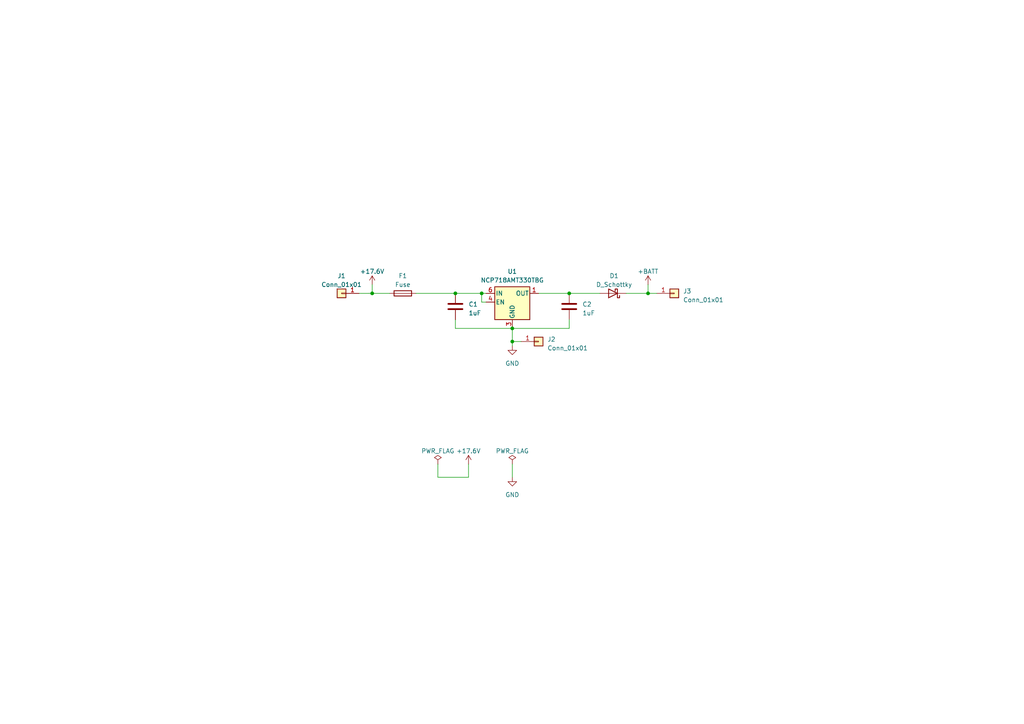
<source format=kicad_sch>
(kicad_sch (version 20230121) (generator eeschema)
  (paper "A4")
  (lib_symbols
    (symbol "Connector_Generic:Conn_01x01" (pin_names (offset 1.016) hide)
      (property "Reference" "J" (at 0 2.54 0))
      (property "Value" "Conn_01x01" (at 0 -2.54 0))
      (symbol "Conn_01x01_1_1"
        (rectangle (start -1.27 0.127) (end 0 -0.127) (stroke (width 0.1524)))
        (rectangle (start -1.27 1.27) (end 1.27 -1.27) (stroke (width 0.254)) (fill (type background)))
        (pin passive line (at -5.08 0 0) (length 3.81) (name "Pin_1") (number "1"))
      )
    )
    (symbol "Device:C" (pin_numbers hide) (pin_names (offset 0.254))
      (property "Reference" "C" (at 0.635 2.54 0))
      (property "Value" "C" (at 0.635 -2.54 0))
      (symbol "C_0_1"
        (polyline (pts (xy -2.032 -0.762) (xy 2.032 -0.762)) (stroke (width 0.508)))
        (polyline (pts (xy -2.032 0.762) (xy 2.032 0.762)) (stroke (width 0.508)))
      )
      (symbol "C_1_1"
        (pin passive line (at 0 3.81 270) (length 2.794) (name "~") (number "1"))
        (pin passive line (at 0 -3.81 90) (length 2.794) (name "~") (number "2"))
      )
    )
    (symbol "Device:D_Schottky" (pin_numbers hide) (pin_names (offset 1.016) hide)
      (property "Reference" "D" (at 0 2.54 0))
      (property "Value" "D_Schottky" (at 0 -2.54 0))
      (symbol "D_Schottky_0_1"
        (polyline (pts (xy 1.27 0) (xy -1.27 0)))
        (polyline (pts (xy 1.27 1.27) (xy 1.27 -1.27) (xy -1.27 0) (xy 1.27 1.27)) (stroke (width 0.254)))
        (polyline (pts (xy -1.905 0.635) (xy -1.905 1.27) (xy -1.27 1.27) (xy -1.27 -1.27) (xy -0.635 -1.27) (xy -0.635 -0.635)) (stroke (width 0.254)))
      )
      (symbol "D_Schottky_1_1"
        (pin passive line (at -3.81 0 0) (length 2.54) (name "K") (number "1"))
        (pin passive line (at 3.81 0 180) (length 2.54) (name "A") (number "2"))
      )
    )
    (symbol "Device:Fuse" (pin_numbers hide) (pin_names (offset 0))
      (property "Reference" "F" (at 2.032 0 90))
      (property "Value" "Fuse" (at -1.905 0 90))
      (symbol "Fuse_0_1"
        (rectangle (start -0.762 -2.54) (end 0.762 2.54) (stroke (width 0.254)))
        (polyline (pts (xy 0 2.54) (xy 0 -2.54)))
      )
      (symbol "Fuse_1_1"
        (pin passive line (at 0 3.81 270) (length 1.27) (name "~") (number "1"))
        (pin passive line (at 0 -3.81 90) (length 1.27) (name "~") (number "2"))
      )
    )
    (symbol "RTCRework:+17.6V" (power) (pin_names (offset 0))
      (property "Value" "+17.6V" (at 0 3.556 0))
      (symbol "+17.6V_0_1"
        (polyline (pts (xy -0.762 1.27) (xy 0 2.54)))
        (polyline (pts (xy 0 0) (xy 0 2.54)))
        (polyline (pts (xy 0 2.54) (xy 0.762 1.27)))
      )
      (symbol "+17.6V_1_1"
        (pin power_in line (at 0 0 90) (length 0) hide (name "+17.6V") (number "1"))
      )
    )
    (symbol "Regulator_Linear:TLV75533PDRV" (pin_names (offset 0.254))
      (property "Reference" "U" (at -3.81 5.715 0))
      (property "Value" "TLV75533PDRV" (at 0 5.715 0))
      (symbol "TLV75533PDRV_0_1"
        (rectangle (start -5.08 4.445) (end 5.08 -5.08) (stroke (width 0.254)) (fill (type background)))
      )
      (symbol "TLV75533PDRV_1_1"
        (pin power_out line (at 7.62 2.54 180) (length 2.54) (name "OUT") (number "1"))
        (pin no_connect line (at 5.08 0 180) (length 2.54) hide (name "NC") (number "2"))
        (pin power_in line (at 0 -7.62 90) (length 2.54) (name "GND") (number "3"))
        (pin input line (at -7.62 0 0) (length 2.54) (name "EN") (number "4"))
        (pin no_connect line (at 5.08 -2.54 180) (length 2.54) hide (name "NC") (number "5"))
        (pin power_in line (at -7.62 2.54 0) (length 2.54) (name "IN") (number "6"))
        (pin passive line (at 0 -7.62 90) (length 2.54) hide (name "GND") (number "7"))
      )
    )
    (symbol "power:+BATT" (power) (pin_names (offset 0))
      (property "Value" "+BATT" (at 0 3.556 0))
      (symbol "+BATT_0_1"
        (polyline (pts (xy -0.762 1.27) (xy 0 2.54)))
        (polyline (pts (xy 0 0) (xy 0 2.54)))
        (polyline (pts (xy 0 2.54) (xy 0.762 1.27)))
      )
      (symbol "+BATT_1_1"
        (pin power_in line (at 0 0 90) (length 0) hide (name "+BATT") (number "1"))
      )
    )
    (symbol "power:GND" (power) (pin_names (offset 0))
      (property "Value" "GND" (at 0 -3.81 0))
      (symbol "GND_0_1"
        (polyline (pts (xy 0 0) (xy 0 -1.27) (xy 1.27 -1.27) (xy 0 -2.54) (xy -1.27 -1.27) (xy 0 -1.27)))
      )
      (symbol "GND_1_1"
        (pin power_in line (at 0 0 270) (length 0) hide (name "GND") (number "1"))
      )
    )
    (symbol "power:PWR_FLAG" (power) (pin_numbers hide) (pin_names (offset 0) hide)
      (property "Value" "PWR_FLAG" (at 0 3.81 0))
      (symbol "PWR_FLAG_0_0"
        (pin power_out line (at 0 0 90) (length 0) (name "pwr") (number "1"))
      )
      (symbol "PWR_FLAG_0_1"
        (polyline (pts (xy 0 0) (xy 0 1.27) (xy -1.016 1.905) (xy 0 2.54) (xy 1.016 1.905) (xy 0 1.27)))
      )
    )
  )
  (junction (at 187.96 85.09))
  (junction (at 165.1 85.09))
  (junction (at 107.95 85.09))
  (junction (at 148.59 99.06))
  (junction (at 132.08 85.09))
  (junction (at 148.59 95.25))
  (junction (at 139.7 85.09))
  (wire (pts (xy 165.1 95.25) (xy 165.1 92.71)))
  (wire (pts (xy 139.7 85.09) (xy 139.7 87.63)))
  (wire (pts (xy 181.61 85.09) (xy 187.96 85.09)))
  (wire (pts (xy 132.08 95.25) (xy 132.08 92.71)))
  (wire (pts (xy 132.08 95.25) (xy 148.59 95.25)))
  (wire (pts (xy 132.08 85.09) (xy 139.7 85.09)))
  (wire (pts (xy 139.7 85.09) (xy 140.97 85.09)))
  (wire (pts (xy 148.59 99.06) (xy 148.59 100.33)))
  (wire (pts (xy 156.21 85.09) (xy 165.1 85.09)))
  (wire (pts (xy 148.59 134.62) (xy 148.59 138.43)))
  (wire (pts (xy 127 138.43) (xy 135.89 138.43)))
  (wire (pts (xy 148.59 99.06) (xy 151.13 99.06)))
  (wire (pts (xy 127 134.62) (xy 127 138.43)))
  (wire (pts (xy 107.95 82.55) (xy 107.95 85.09)))
  (wire (pts (xy 135.89 138.43) (xy 135.89 134.62)))
  (wire (pts (xy 107.95 85.09) (xy 113.03 85.09)))
  (wire (pts (xy 104.14 85.09) (xy 107.95 85.09)))
  (wire (pts (xy 140.97 87.63) (xy 139.7 87.63)))
  (wire (pts (xy 120.65 85.09) (xy 132.08 85.09)))
  (wire (pts (xy 148.59 95.25) (xy 148.59 99.06)))
  (wire (pts (xy 148.59 95.25) (xy 165.1 95.25)))
  (wire (pts (xy 165.1 85.09) (xy 173.99 85.09)))
  (wire (pts (xy 187.96 85.09) (xy 190.5 85.09)))
  (wire (pts (xy 187.96 82.55) (xy 187.96 85.09)))
  (symbol (lib_id "RTCRework:+17.6V") (at 135.89 134.62 0) (unit 1)
    (property "Reference" "#PWR04" (effects hide))
    (property "Value" "+17.6V" (at 135.89 130.81 0))
  )
  (symbol (lib_id "Device:C") (at 165.1 88.9 0) (unit 1)
    (property "Reference" "C2" (at 168.91 88.265 0) (effects (justify left)))
    (property "Value" "1uF" (at 168.91 90.805 0) (effects (justify left)))
    (property "Footprint" "Capacitor_SMD:C_0402_1005Metric" (effects hide))
  )
  (symbol (lib_id "power:GND") (at 148.59 138.43 0) (unit 1)
    (property "Reference" "#PWR05" (effects hide))
    (property "Value" "GND" (at 148.59 143.51 0))
  )
  (symbol (lib_id "power:PWR_FLAG") (at 148.59 134.62 0) (unit 1)
    (property "Reference" "#FLG02" (effects hide))
    (property "Value" "PWR_FLAG" (at 148.59 130.81 0))
  )
  (symbol (lib_id "power:+BATT") (at 187.96 82.55 0) (unit 1)
    (property "Reference" "#PWR03" (effects hide))
    (property "Value" "+BATT" (at 187.96 78.74 0))
  )
  (symbol (lib_id "Device:Fuse") (at 116.84 85.09 90) (unit 1)
    (property "Reference" "F1" (at 116.84 80.01 90))
    (property "Value" "Fuse" (at 116.84 82.55 90))
    (property "Footprint" "Fuse:Fuse_0402_1005Metric" (effects hide))
  )
  (symbol (lib_id "Connector_Generic:Conn_01x01") (at 99.06 85.09 180) (unit 1)
    (property "Reference" "J1" (at 99.06 80.01 0))
    (property "Value" "Conn_01x01" (at 99.06 82.55 0))
    (property "Footprint" "TestPoint:TestPoint_Pad_3.0x3.0mm" (effects hide))
  )
  (symbol (lib_id "Connector_Generic:Conn_01x01") (at 156.21 99.06 0) (unit 1)
    (property "Reference" "J2" (at 158.75 98.425 0) (effects (justify left)))
    (property "Value" "Conn_01x01" (at 158.75 100.965 0) (effects (justify left)))
    (property "Footprint" "TestPoint:TestPoint_Pad_D4.0mm" (effects hide))
  )
  (symbol (lib_id "power:PWR_FLAG") (at 127 134.62 0) (unit 1)
    (property "Reference" "#FLG01" (effects hide))
    (property "Value" "PWR_FLAG" (at 127 130.81 0))
  )
  (symbol (lib_id "Regulator_Linear:TLV75533PDRV") (at 148.59 87.63 0) (unit 1)
    (property "Reference" "U1" (at 148.59 78.74 0))
    (property "Value" "NCP718AMT330TBG" (at 148.59 81.28 0))
    (property "Footprint" "Package_SON:WSON-6-1EP_2x2mm_P0.65mm_EP1x1.6mm" (effects hide))
    (property "Datasheet" "https://www.onsemi.com/pdf/datasheet/ncp718-d.pdf" (effects hide))
  )
  (symbol (lib_id "RTCRework:+17.6V") (at 107.95 82.55 0) (unit 1)
    (property "Reference" "#PWR02" (effects hide))
    (property "Value" "+17.6V" (at 107.95 78.74 0))
  )
  (symbol (lib_id "Device:C") (at 132.08 88.9 0) (unit 1)
    (property "Reference" "C1" (at 135.89 88.265 0) (effects (justify left)))
    (property "Value" "1uF" (at 135.89 90.805 0) (effects (justify left)))
    (property "Footprint" "Capacitor_SMD:C_0402_1005Metric" (effects hide))
  )
  (symbol (lib_id "power:GND") (at 148.59 100.33 0) (unit 1)
    (property "Reference" "#PWR01" (effects hide))
    (property "Value" "GND" (at 148.59 105.41 0))
  )
  (symbol (lib_id "Device:D_Schottky") (at 177.8 85.09 180) (unit 1)
    (property "Reference" "D1" (at 178.1175 80.01 0))
    (property "Value" "D_Schottky" (at 178.1175 82.55 0))
    (property "Footprint" "Diode_SMD:D_0402_1005Metric" (effects hide))
  )
  (symbol (lib_id "Connector_Generic:Conn_01x01") (at 195.58 85.09 0) (unit 1)
    (property "Reference" "J3" (at 198.12 84.455 0) (effects (justify left)))
    (property "Value" "Conn_01x01" (at 198.12 86.995 0) (effects (justify left)))
  )
)
</source>
